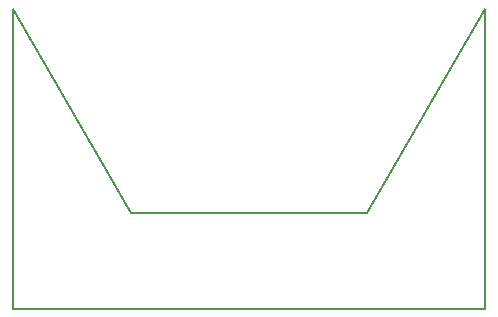
<source format=gbr>
G04 DipTrace 3.0.0.1*
G04 BoardOutline.gbr*
%MOIN*%
G04 #@! TF.FileFunction,Profile*
G04 #@! TF.Part,Single*
%ADD11C,0.005512*%
%FSLAX26Y26*%
G04*
G70*
G90*
G75*
G01*
G04 BoardOutline*
%LPD*%
X394417Y394018D2*
D11*
X1968811Y394016D1*
X1969244Y1393228D1*
X1968819Y1394018D1*
X1575118Y712129D1*
X787717D1*
X394016Y1394018D1*
X394417Y394018D1*
M02*

</source>
